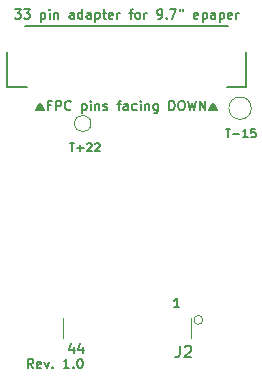
<source format=gto>
G04 #@! TF.GenerationSoftware,KiCad,Pcbnew,6.0.8-f2edbf62ab~116~ubuntu20.04.1*
G04 #@! TF.CreationDate,2022-10-27T16:24:36+02:00*
G04 #@! TF.ProjectId,S3-44-to-33-FPC,53332d34-342d-4746-9f2d-33332d465043,1.0*
G04 #@! TF.SameCoordinates,Original*
G04 #@! TF.FileFunction,Legend,Top*
G04 #@! TF.FilePolarity,Positive*
%FSLAX46Y46*%
G04 Gerber Fmt 4.6, Leading zero omitted, Abs format (unit mm)*
G04 Created by KiCad (PCBNEW 6.0.8-f2edbf62ab~116~ubuntu20.04.1) date 2022-10-27 16:24:36*
%MOMM*%
%LPD*%
G01*
G04 APERTURE LIST*
%ADD10C,0.130000*%
%ADD11C,0.140000*%
%ADD12C,0.150000*%
%ADD13C,0.120000*%
%ADD14C,0.152400*%
%ADD15C,1.000000*%
%ADD16R,0.254000X0.812800*%
%ADD17R,1.524000X1.701800*%
%ADD18R,0.177800X0.660400*%
%ADD19R,0.177800X0.304800*%
%ADD20C,1.500000*%
G04 APERTURE END LIST*
D10*
X118028571Y-113211904D02*
X117571428Y-113211904D01*
X117800000Y-113211904D02*
X117800000Y-112411904D01*
X117723809Y-112526190D01*
X117647619Y-112602380D01*
X117571428Y-112640476D01*
D11*
X105911904Y-96473809D02*
X105911904Y-96511904D01*
X105950000Y-96397619D02*
X105950000Y-96511904D01*
X105988095Y-96321428D02*
X105988095Y-96511904D01*
X106026190Y-96245238D02*
X106026190Y-96511904D01*
X106064285Y-96207142D02*
X106064285Y-96511904D01*
X106102380Y-96130952D02*
X106102380Y-96511904D01*
X106140476Y-96054761D02*
X106140476Y-96511904D01*
X106178571Y-95978571D02*
X106178571Y-96511904D01*
X106216666Y-95902380D02*
X106216666Y-96511904D01*
X106254761Y-95978571D02*
X106254761Y-96511904D01*
X106292857Y-96054761D02*
X106292857Y-96511904D01*
X106330952Y-96130952D02*
X106330952Y-96511904D01*
X106369047Y-96207142D02*
X106369047Y-96511904D01*
X106407142Y-96245238D02*
X106407142Y-96511904D01*
X106445238Y-96321428D02*
X106445238Y-96511904D01*
X106483333Y-96397619D02*
X106483333Y-96511904D01*
X106521428Y-96511904D02*
X106216666Y-95940476D01*
X105911904Y-96511904D01*
X106521428Y-96473809D02*
X106521428Y-96511904D01*
X106216666Y-95902380D02*
X106559523Y-96511904D01*
X105873809Y-96511904D01*
X106216666Y-95902380D01*
X107169047Y-96092857D02*
X106902380Y-96092857D01*
X106902380Y-96511904D02*
X106902380Y-95711904D01*
X107283333Y-95711904D01*
X107588095Y-96511904D02*
X107588095Y-95711904D01*
X107892857Y-95711904D01*
X107969047Y-95750000D01*
X108007142Y-95788095D01*
X108045238Y-95864285D01*
X108045238Y-95978571D01*
X108007142Y-96054761D01*
X107969047Y-96092857D01*
X107892857Y-96130952D01*
X107588095Y-96130952D01*
X108845238Y-96435714D02*
X108807142Y-96473809D01*
X108692857Y-96511904D01*
X108616666Y-96511904D01*
X108502380Y-96473809D01*
X108426190Y-96397619D01*
X108388095Y-96321428D01*
X108350000Y-96169047D01*
X108350000Y-96054761D01*
X108388095Y-95902380D01*
X108426190Y-95826190D01*
X108502380Y-95750000D01*
X108616666Y-95711904D01*
X108692857Y-95711904D01*
X108807142Y-95750000D01*
X108845238Y-95788095D01*
X109797619Y-95978571D02*
X109797619Y-96778571D01*
X109797619Y-96016666D02*
X109873809Y-95978571D01*
X110026190Y-95978571D01*
X110102380Y-96016666D01*
X110140476Y-96054761D01*
X110178571Y-96130952D01*
X110178571Y-96359523D01*
X110140476Y-96435714D01*
X110102380Y-96473809D01*
X110026190Y-96511904D01*
X109873809Y-96511904D01*
X109797619Y-96473809D01*
X110521428Y-96511904D02*
X110521428Y-95978571D01*
X110521428Y-95711904D02*
X110483333Y-95750000D01*
X110521428Y-95788095D01*
X110559523Y-95750000D01*
X110521428Y-95711904D01*
X110521428Y-95788095D01*
X110902380Y-95978571D02*
X110902380Y-96511904D01*
X110902380Y-96054761D02*
X110940476Y-96016666D01*
X111016666Y-95978571D01*
X111130952Y-95978571D01*
X111207142Y-96016666D01*
X111245238Y-96092857D01*
X111245238Y-96511904D01*
X111588095Y-96473809D02*
X111664285Y-96511904D01*
X111816666Y-96511904D01*
X111892857Y-96473809D01*
X111930952Y-96397619D01*
X111930952Y-96359523D01*
X111892857Y-96283333D01*
X111816666Y-96245238D01*
X111702380Y-96245238D01*
X111626190Y-96207142D01*
X111588095Y-96130952D01*
X111588095Y-96092857D01*
X111626190Y-96016666D01*
X111702380Y-95978571D01*
X111816666Y-95978571D01*
X111892857Y-96016666D01*
X112769047Y-95978571D02*
X113073809Y-95978571D01*
X112883333Y-96511904D02*
X112883333Y-95826190D01*
X112921428Y-95750000D01*
X112997619Y-95711904D01*
X113073809Y-95711904D01*
X113683333Y-96511904D02*
X113683333Y-96092857D01*
X113645238Y-96016666D01*
X113569047Y-95978571D01*
X113416666Y-95978571D01*
X113340476Y-96016666D01*
X113683333Y-96473809D02*
X113607142Y-96511904D01*
X113416666Y-96511904D01*
X113340476Y-96473809D01*
X113302380Y-96397619D01*
X113302380Y-96321428D01*
X113340476Y-96245238D01*
X113416666Y-96207142D01*
X113607142Y-96207142D01*
X113683333Y-96169047D01*
X114407142Y-96473809D02*
X114330952Y-96511904D01*
X114178571Y-96511904D01*
X114102380Y-96473809D01*
X114064285Y-96435714D01*
X114026190Y-96359523D01*
X114026190Y-96130952D01*
X114064285Y-96054761D01*
X114102380Y-96016666D01*
X114178571Y-95978571D01*
X114330952Y-95978571D01*
X114407142Y-96016666D01*
X114750000Y-96511904D02*
X114750000Y-95978571D01*
X114750000Y-95711904D02*
X114711904Y-95750000D01*
X114750000Y-95788095D01*
X114788095Y-95750000D01*
X114750000Y-95711904D01*
X114750000Y-95788095D01*
X115130952Y-95978571D02*
X115130952Y-96511904D01*
X115130952Y-96054761D02*
X115169047Y-96016666D01*
X115245238Y-95978571D01*
X115359523Y-95978571D01*
X115435714Y-96016666D01*
X115473809Y-96092857D01*
X115473809Y-96511904D01*
X116197619Y-95978571D02*
X116197619Y-96626190D01*
X116159523Y-96702380D01*
X116121428Y-96740476D01*
X116045238Y-96778571D01*
X115930952Y-96778571D01*
X115854761Y-96740476D01*
X116197619Y-96473809D02*
X116121428Y-96511904D01*
X115969047Y-96511904D01*
X115892857Y-96473809D01*
X115854761Y-96435714D01*
X115816666Y-96359523D01*
X115816666Y-96130952D01*
X115854761Y-96054761D01*
X115892857Y-96016666D01*
X115969047Y-95978571D01*
X116121428Y-95978571D01*
X116197619Y-96016666D01*
X117188095Y-96511904D02*
X117188095Y-95711904D01*
X117378571Y-95711904D01*
X117492857Y-95750000D01*
X117569047Y-95826190D01*
X117607142Y-95902380D01*
X117645238Y-96054761D01*
X117645238Y-96169047D01*
X117607142Y-96321428D01*
X117569047Y-96397619D01*
X117492857Y-96473809D01*
X117378571Y-96511904D01*
X117188095Y-96511904D01*
X118140476Y-95711904D02*
X118292857Y-95711904D01*
X118369047Y-95750000D01*
X118445238Y-95826190D01*
X118483333Y-95978571D01*
X118483333Y-96245238D01*
X118445238Y-96397619D01*
X118369047Y-96473809D01*
X118292857Y-96511904D01*
X118140476Y-96511904D01*
X118064285Y-96473809D01*
X117988095Y-96397619D01*
X117950000Y-96245238D01*
X117950000Y-95978571D01*
X117988095Y-95826190D01*
X118064285Y-95750000D01*
X118140476Y-95711904D01*
X118750000Y-95711904D02*
X118940476Y-96511904D01*
X119092857Y-95940476D01*
X119245238Y-96511904D01*
X119435714Y-95711904D01*
X119740476Y-96511904D02*
X119740476Y-95711904D01*
X120197619Y-96511904D01*
X120197619Y-95711904D01*
X120578571Y-96473809D02*
X120578571Y-96511904D01*
X120616666Y-96397619D02*
X120616666Y-96511904D01*
X120654761Y-96321428D02*
X120654761Y-96511904D01*
X120692857Y-96245238D02*
X120692857Y-96511904D01*
X120730952Y-96207142D02*
X120730952Y-96511904D01*
X120769047Y-96130952D02*
X120769047Y-96511904D01*
X120807142Y-96054761D02*
X120807142Y-96511904D01*
X120845238Y-95978571D02*
X120845238Y-96511904D01*
X120883333Y-95902380D02*
X120883333Y-96511904D01*
X120921428Y-95978571D02*
X120921428Y-96511904D01*
X120959523Y-96054761D02*
X120959523Y-96511904D01*
X120997619Y-96130952D02*
X120997619Y-96511904D01*
X121035714Y-96207142D02*
X121035714Y-96511904D01*
X121073809Y-96245238D02*
X121073809Y-96511904D01*
X121111904Y-96321428D02*
X121111904Y-96511904D01*
X121150000Y-96397619D02*
X121150000Y-96511904D01*
X121188095Y-96511904D02*
X120883333Y-95940476D01*
X120578571Y-96511904D01*
X121188095Y-96473809D02*
X121188095Y-96511904D01*
X120883333Y-95902380D02*
X121226190Y-96511904D01*
X120540476Y-96511904D01*
X120883333Y-95902380D01*
D10*
X109071428Y-116578571D02*
X109071428Y-117111904D01*
X108880952Y-116273809D02*
X108690476Y-116845238D01*
X109185714Y-116845238D01*
X109833333Y-116578571D02*
X109833333Y-117111904D01*
X109642857Y-116273809D02*
X109452380Y-116845238D01*
X109947619Y-116845238D01*
D11*
X105652380Y-118361904D02*
X105385714Y-117980952D01*
X105195238Y-118361904D02*
X105195238Y-117561904D01*
X105500000Y-117561904D01*
X105576190Y-117600000D01*
X105614285Y-117638095D01*
X105652380Y-117714285D01*
X105652380Y-117828571D01*
X105614285Y-117904761D01*
X105576190Y-117942857D01*
X105500000Y-117980952D01*
X105195238Y-117980952D01*
X106300000Y-118323809D02*
X106223809Y-118361904D01*
X106071428Y-118361904D01*
X105995238Y-118323809D01*
X105957142Y-118247619D01*
X105957142Y-117942857D01*
X105995238Y-117866666D01*
X106071428Y-117828571D01*
X106223809Y-117828571D01*
X106300000Y-117866666D01*
X106338095Y-117942857D01*
X106338095Y-118019047D01*
X105957142Y-118095238D01*
X106604761Y-117828571D02*
X106795238Y-118361904D01*
X106985714Y-117828571D01*
X107290476Y-118285714D02*
X107328571Y-118323809D01*
X107290476Y-118361904D01*
X107252380Y-118323809D01*
X107290476Y-118285714D01*
X107290476Y-118361904D01*
X108700000Y-118361904D02*
X108242857Y-118361904D01*
X108471428Y-118361904D02*
X108471428Y-117561904D01*
X108395238Y-117676190D01*
X108319047Y-117752380D01*
X108242857Y-117790476D01*
X109042857Y-118285714D02*
X109080952Y-118323809D01*
X109042857Y-118361904D01*
X109004761Y-118323809D01*
X109042857Y-118285714D01*
X109042857Y-118361904D01*
X109576190Y-117561904D02*
X109652380Y-117561904D01*
X109728571Y-117600000D01*
X109766666Y-117638095D01*
X109804761Y-117714285D01*
X109842857Y-117866666D01*
X109842857Y-118057142D01*
X109804761Y-118209523D01*
X109766666Y-118285714D01*
X109728571Y-118323809D01*
X109652380Y-118361904D01*
X109576190Y-118361904D01*
X109500000Y-118323809D01*
X109461904Y-118285714D01*
X109423809Y-118209523D01*
X109385714Y-118057142D01*
X109385714Y-117866666D01*
X109423809Y-117714285D01*
X109461904Y-117638095D01*
X109500000Y-117600000D01*
X109576190Y-117561904D01*
X104108333Y-87986904D02*
X104603571Y-87986904D01*
X104336904Y-88291666D01*
X104451190Y-88291666D01*
X104527380Y-88329761D01*
X104565476Y-88367857D01*
X104603571Y-88444047D01*
X104603571Y-88634523D01*
X104565476Y-88710714D01*
X104527380Y-88748809D01*
X104451190Y-88786904D01*
X104222619Y-88786904D01*
X104146428Y-88748809D01*
X104108333Y-88710714D01*
X104870238Y-87986904D02*
X105365476Y-87986904D01*
X105098809Y-88291666D01*
X105213095Y-88291666D01*
X105289285Y-88329761D01*
X105327380Y-88367857D01*
X105365476Y-88444047D01*
X105365476Y-88634523D01*
X105327380Y-88710714D01*
X105289285Y-88748809D01*
X105213095Y-88786904D01*
X104984523Y-88786904D01*
X104908333Y-88748809D01*
X104870238Y-88710714D01*
X106317857Y-88253571D02*
X106317857Y-89053571D01*
X106317857Y-88291666D02*
X106394047Y-88253571D01*
X106546428Y-88253571D01*
X106622619Y-88291666D01*
X106660714Y-88329761D01*
X106698809Y-88405952D01*
X106698809Y-88634523D01*
X106660714Y-88710714D01*
X106622619Y-88748809D01*
X106546428Y-88786904D01*
X106394047Y-88786904D01*
X106317857Y-88748809D01*
X107041666Y-88786904D02*
X107041666Y-88253571D01*
X107041666Y-87986904D02*
X107003571Y-88025000D01*
X107041666Y-88063095D01*
X107079761Y-88025000D01*
X107041666Y-87986904D01*
X107041666Y-88063095D01*
X107422619Y-88253571D02*
X107422619Y-88786904D01*
X107422619Y-88329761D02*
X107460714Y-88291666D01*
X107536904Y-88253571D01*
X107651190Y-88253571D01*
X107727380Y-88291666D01*
X107765476Y-88367857D01*
X107765476Y-88786904D01*
X109098809Y-88786904D02*
X109098809Y-88367857D01*
X109060714Y-88291666D01*
X108984523Y-88253571D01*
X108832142Y-88253571D01*
X108755952Y-88291666D01*
X109098809Y-88748809D02*
X109022619Y-88786904D01*
X108832142Y-88786904D01*
X108755952Y-88748809D01*
X108717857Y-88672619D01*
X108717857Y-88596428D01*
X108755952Y-88520238D01*
X108832142Y-88482142D01*
X109022619Y-88482142D01*
X109098809Y-88444047D01*
X109822619Y-88786904D02*
X109822619Y-87986904D01*
X109822619Y-88748809D02*
X109746428Y-88786904D01*
X109594047Y-88786904D01*
X109517857Y-88748809D01*
X109479761Y-88710714D01*
X109441666Y-88634523D01*
X109441666Y-88405952D01*
X109479761Y-88329761D01*
X109517857Y-88291666D01*
X109594047Y-88253571D01*
X109746428Y-88253571D01*
X109822619Y-88291666D01*
X110546428Y-88786904D02*
X110546428Y-88367857D01*
X110508333Y-88291666D01*
X110432142Y-88253571D01*
X110279761Y-88253571D01*
X110203571Y-88291666D01*
X110546428Y-88748809D02*
X110470238Y-88786904D01*
X110279761Y-88786904D01*
X110203571Y-88748809D01*
X110165476Y-88672619D01*
X110165476Y-88596428D01*
X110203571Y-88520238D01*
X110279761Y-88482142D01*
X110470238Y-88482142D01*
X110546428Y-88444047D01*
X110927380Y-88253571D02*
X110927380Y-89053571D01*
X110927380Y-88291666D02*
X111003571Y-88253571D01*
X111155952Y-88253571D01*
X111232142Y-88291666D01*
X111270238Y-88329761D01*
X111308333Y-88405952D01*
X111308333Y-88634523D01*
X111270238Y-88710714D01*
X111232142Y-88748809D01*
X111155952Y-88786904D01*
X111003571Y-88786904D01*
X110927380Y-88748809D01*
X111536904Y-88253571D02*
X111841666Y-88253571D01*
X111651190Y-87986904D02*
X111651190Y-88672619D01*
X111689285Y-88748809D01*
X111765476Y-88786904D01*
X111841666Y-88786904D01*
X112413095Y-88748809D02*
X112336904Y-88786904D01*
X112184523Y-88786904D01*
X112108333Y-88748809D01*
X112070238Y-88672619D01*
X112070238Y-88367857D01*
X112108333Y-88291666D01*
X112184523Y-88253571D01*
X112336904Y-88253571D01*
X112413095Y-88291666D01*
X112451190Y-88367857D01*
X112451190Y-88444047D01*
X112070238Y-88520238D01*
X112794047Y-88786904D02*
X112794047Y-88253571D01*
X112794047Y-88405952D02*
X112832142Y-88329761D01*
X112870238Y-88291666D01*
X112946428Y-88253571D01*
X113022619Y-88253571D01*
X113784523Y-88253571D02*
X114089285Y-88253571D01*
X113898809Y-88786904D02*
X113898809Y-88101190D01*
X113936904Y-88025000D01*
X114013095Y-87986904D01*
X114089285Y-87986904D01*
X114470238Y-88786904D02*
X114394047Y-88748809D01*
X114355952Y-88710714D01*
X114317857Y-88634523D01*
X114317857Y-88405952D01*
X114355952Y-88329761D01*
X114394047Y-88291666D01*
X114470238Y-88253571D01*
X114584523Y-88253571D01*
X114660714Y-88291666D01*
X114698809Y-88329761D01*
X114736904Y-88405952D01*
X114736904Y-88634523D01*
X114698809Y-88710714D01*
X114660714Y-88748809D01*
X114584523Y-88786904D01*
X114470238Y-88786904D01*
X115079761Y-88786904D02*
X115079761Y-88253571D01*
X115079761Y-88405952D02*
X115117857Y-88329761D01*
X115155952Y-88291666D01*
X115232142Y-88253571D01*
X115308333Y-88253571D01*
X116222619Y-88786904D02*
X116374999Y-88786904D01*
X116451190Y-88748809D01*
X116489285Y-88710714D01*
X116565476Y-88596428D01*
X116603571Y-88444047D01*
X116603571Y-88139285D01*
X116565476Y-88063095D01*
X116527380Y-88025000D01*
X116451190Y-87986904D01*
X116298809Y-87986904D01*
X116222619Y-88025000D01*
X116184523Y-88063095D01*
X116146428Y-88139285D01*
X116146428Y-88329761D01*
X116184523Y-88405952D01*
X116222619Y-88444047D01*
X116298809Y-88482142D01*
X116451190Y-88482142D01*
X116527380Y-88444047D01*
X116565476Y-88405952D01*
X116603571Y-88329761D01*
X116946428Y-88710714D02*
X116984523Y-88748809D01*
X116946428Y-88786904D01*
X116908333Y-88748809D01*
X116946428Y-88710714D01*
X116946428Y-88786904D01*
X117251190Y-87986904D02*
X117784523Y-87986904D01*
X117441666Y-88786904D01*
X118051190Y-87986904D02*
X118051190Y-88139285D01*
X118355952Y-87986904D02*
X118355952Y-88139285D01*
X119613095Y-88748809D02*
X119536904Y-88786904D01*
X119384523Y-88786904D01*
X119308333Y-88748809D01*
X119270238Y-88672619D01*
X119270238Y-88367857D01*
X119308333Y-88291666D01*
X119384523Y-88253571D01*
X119536904Y-88253571D01*
X119613095Y-88291666D01*
X119651190Y-88367857D01*
X119651190Y-88444047D01*
X119270238Y-88520238D01*
X119994047Y-88253571D02*
X119994047Y-89053571D01*
X119994047Y-88291666D02*
X120070238Y-88253571D01*
X120222619Y-88253571D01*
X120298809Y-88291666D01*
X120336904Y-88329761D01*
X120374999Y-88405952D01*
X120374999Y-88634523D01*
X120336904Y-88710714D01*
X120298809Y-88748809D01*
X120222619Y-88786904D01*
X120070238Y-88786904D01*
X119994047Y-88748809D01*
X121060714Y-88786904D02*
X121060714Y-88367857D01*
X121022619Y-88291666D01*
X120946428Y-88253571D01*
X120794047Y-88253571D01*
X120717857Y-88291666D01*
X121060714Y-88748809D02*
X120984523Y-88786904D01*
X120794047Y-88786904D01*
X120717857Y-88748809D01*
X120679761Y-88672619D01*
X120679761Y-88596428D01*
X120717857Y-88520238D01*
X120794047Y-88482142D01*
X120984523Y-88482142D01*
X121060714Y-88444047D01*
X121441666Y-88253571D02*
X121441666Y-89053571D01*
X121441666Y-88291666D02*
X121517857Y-88253571D01*
X121670238Y-88253571D01*
X121746428Y-88291666D01*
X121784523Y-88329761D01*
X121822619Y-88405952D01*
X121822619Y-88634523D01*
X121784523Y-88710714D01*
X121746428Y-88748809D01*
X121670238Y-88786904D01*
X121517857Y-88786904D01*
X121441666Y-88748809D01*
X122470238Y-88748809D02*
X122394047Y-88786904D01*
X122241666Y-88786904D01*
X122165476Y-88748809D01*
X122127380Y-88672619D01*
X122127380Y-88367857D01*
X122165476Y-88291666D01*
X122241666Y-88253571D01*
X122394047Y-88253571D01*
X122470238Y-88291666D01*
X122508333Y-88367857D01*
X122508333Y-88444047D01*
X122127380Y-88520238D01*
X122851190Y-88786904D02*
X122851190Y-88253571D01*
X122851190Y-88405952D02*
X122889285Y-88329761D01*
X122927380Y-88291666D01*
X123003571Y-88253571D01*
X123079761Y-88253571D01*
D10*
X108750000Y-99316666D02*
X109150000Y-99316666D01*
X108950000Y-100016666D02*
X108950000Y-99316666D01*
X109383333Y-99750000D02*
X109916666Y-99750000D01*
X109650000Y-100016666D02*
X109650000Y-99483333D01*
X110216666Y-99383333D02*
X110250000Y-99350000D01*
X110316666Y-99316666D01*
X110483333Y-99316666D01*
X110550000Y-99350000D01*
X110583333Y-99383333D01*
X110616666Y-99450000D01*
X110616666Y-99516666D01*
X110583333Y-99616666D01*
X110183333Y-100016666D01*
X110616666Y-100016666D01*
X110883333Y-99383333D02*
X110916666Y-99350000D01*
X110983333Y-99316666D01*
X111150000Y-99316666D01*
X111216666Y-99350000D01*
X111250000Y-99383333D01*
X111283333Y-99450000D01*
X111283333Y-99516666D01*
X111250000Y-99616666D01*
X110850000Y-100016666D01*
X111283333Y-100016666D01*
D12*
X118054666Y-116452380D02*
X118054666Y-117166666D01*
X118007047Y-117309523D01*
X117911809Y-117404761D01*
X117768952Y-117452380D01*
X117673714Y-117452380D01*
X118483238Y-116547619D02*
X118530857Y-116500000D01*
X118626095Y-116452380D01*
X118864190Y-116452380D01*
X118959428Y-116500000D01*
X119007047Y-116547619D01*
X119054666Y-116642857D01*
X119054666Y-116738095D01*
X119007047Y-116880952D01*
X118435619Y-117452380D01*
X119054666Y-117452380D01*
D10*
X121950000Y-98116666D02*
X122350000Y-98116666D01*
X122150000Y-98816666D02*
X122150000Y-98116666D01*
X122583333Y-98550000D02*
X123116666Y-98550000D01*
X123816666Y-98816666D02*
X123416666Y-98816666D01*
X123616666Y-98816666D02*
X123616666Y-98116666D01*
X123550000Y-98216666D01*
X123483333Y-98283333D01*
X123416666Y-98316666D01*
X124450000Y-98116666D02*
X124116666Y-98116666D01*
X124083333Y-98450000D01*
X124116666Y-98416666D01*
X124183333Y-98383333D01*
X124350000Y-98383333D01*
X124416666Y-98416666D01*
X124450000Y-98450000D01*
X124483333Y-98516666D01*
X124483333Y-98683333D01*
X124450000Y-98750000D01*
X124416666Y-98783333D01*
X124350000Y-98816666D01*
X124183333Y-98816666D01*
X124116666Y-98783333D01*
X124083333Y-98750000D01*
D13*
X110550000Y-97650000D02*
G75*
G03*
X110550000Y-97650000I-700000J0D01*
G01*
D14*
X123696900Y-94542650D02*
X123696900Y-91586090D01*
X103453100Y-94542650D02*
X105115258Y-94542650D01*
X103453100Y-91586090D02*
X103453100Y-94542650D01*
X122176109Y-89386450D02*
X104973891Y-89386450D01*
X122034739Y-94542650D02*
X123696900Y-94542650D01*
D13*
X119010900Y-115788200D02*
X119010900Y-114111800D01*
X108165100Y-114111800D02*
X108165100Y-115788200D01*
X120026900Y-114275000D02*
G75*
G03*
X120026900Y-114275000I-381000J0D01*
G01*
X124125000Y-96350000D02*
G75*
G03*
X124125000Y-96350000I-950000J0D01*
G01*
%LPC*%
D15*
X109850000Y-97650000D03*
D16*
X121574999Y-94415650D03*
X121075000Y-94415650D03*
X120574999Y-94415650D03*
X120075000Y-94415650D03*
X119574998Y-94415650D03*
X119074999Y-94415650D03*
X118575000Y-94415650D03*
X118074999Y-94415650D03*
X117575000Y-94415650D03*
X117074998Y-94415650D03*
X116574999Y-94415650D03*
X116075000Y-94415650D03*
X115574999Y-94415650D03*
X115075000Y-94415650D03*
X114574998Y-94415650D03*
X114074999Y-94415650D03*
X113575000Y-94415650D03*
X113074998Y-94415650D03*
X112574999Y-94415650D03*
X112075000Y-94415650D03*
X111574999Y-94415650D03*
X111075000Y-94415650D03*
X110574998Y-94415650D03*
X110074999Y-94415650D03*
X109575000Y-94415650D03*
X109074999Y-94415650D03*
X108575000Y-94415650D03*
X108074998Y-94415650D03*
X107574999Y-94415650D03*
X107075000Y-94415650D03*
X106574999Y-94415650D03*
X106075000Y-94415650D03*
X105574998Y-94415650D03*
D17*
X103923000Y-90402450D03*
X123227000Y-90402450D03*
D18*
X117788525Y-114275000D03*
X117788525Y-115625000D03*
X117388475Y-114275000D03*
X117388475Y-115625000D03*
X116988425Y-114275000D03*
X116988425Y-115625000D03*
X116588375Y-114275000D03*
X116588375Y-115625000D03*
X116188325Y-114275000D03*
X116188325Y-115625000D03*
X115788275Y-114275000D03*
X115788275Y-115625000D03*
X115388225Y-114275000D03*
X115388225Y-115625000D03*
X114988175Y-114275000D03*
X114988175Y-115625000D03*
X114588125Y-114275000D03*
X114588125Y-115625000D03*
X114188075Y-114275000D03*
X114188075Y-115625000D03*
X113788025Y-114275000D03*
X113788025Y-115625000D03*
X113387975Y-114275000D03*
X113387975Y-115625000D03*
X112987925Y-114275000D03*
X112987925Y-115625000D03*
X112587875Y-114275000D03*
X112587875Y-115625000D03*
X112187825Y-114275000D03*
X112187825Y-115625000D03*
X111787775Y-114275000D03*
X111787775Y-115625000D03*
X111387725Y-114275000D03*
X111387725Y-115625000D03*
X110987675Y-114275000D03*
X110987675Y-115625000D03*
X110587625Y-114275000D03*
X110587625Y-115625000D03*
X110187575Y-114275000D03*
X110187575Y-115625000D03*
X109787525Y-114275000D03*
X109787525Y-115625000D03*
X109387475Y-114275000D03*
X109387475Y-115625000D03*
D19*
X108588000Y-114374944D03*
X118588000Y-114374944D03*
X108588010Y-115525056D03*
X118587990Y-115525056D03*
D20*
X123175000Y-96350000D03*
M02*

</source>
